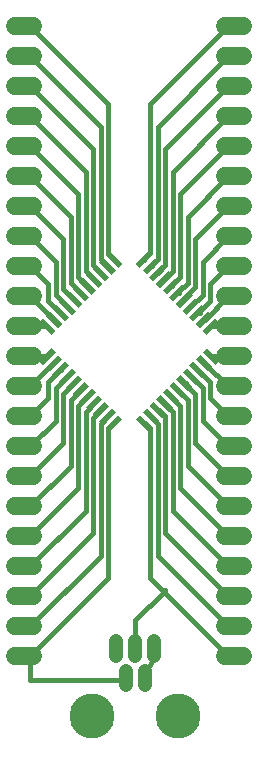
<source format=gtl>
G75*
G70*
%OFA0B0*%
%FSLAX24Y24*%
%IPPOS*%
%LPD*%
%AMOC8*
5,1,8,0,0,1.08239X$1,22.5*
%
%ADD10R,0.0591X0.0197*%
%ADD11R,0.0197X0.0591*%
%ADD12C,0.0600*%
%ADD13C,0.1500*%
%ADD14C,0.0476*%
%ADD15C,0.0157*%
%ADD16C,0.0100*%
D10*
G36*
X005050Y012276D02*
X004634Y012692D01*
X004772Y012830D01*
X005188Y012414D01*
X005050Y012276D01*
G37*
G36*
X005273Y012499D02*
X004857Y012915D01*
X004995Y013053D01*
X005411Y012637D01*
X005273Y012499D01*
G37*
G36*
X005496Y012721D02*
X005080Y013137D01*
X005218Y013275D01*
X005634Y012859D01*
X005496Y012721D01*
G37*
G36*
X005718Y012944D02*
X005302Y013360D01*
X005440Y013498D01*
X005856Y013082D01*
X005718Y012944D01*
G37*
G36*
X005941Y013167D02*
X005525Y013583D01*
X005663Y013721D01*
X006079Y013305D01*
X005941Y013167D01*
G37*
G36*
X006164Y013389D02*
X005748Y013805D01*
X005886Y013943D01*
X006302Y013527D01*
X006164Y013389D01*
G37*
G36*
X006386Y013612D02*
X005970Y014028D01*
X006108Y014166D01*
X006524Y013750D01*
X006386Y013612D01*
G37*
G36*
X006609Y013835D02*
X006193Y014251D01*
X006331Y014389D01*
X006747Y013973D01*
X006609Y013835D01*
G37*
G36*
X006832Y014058D02*
X006416Y014474D01*
X006554Y014612D01*
X006970Y014196D01*
X006832Y014058D01*
G37*
G36*
X007054Y014280D02*
X006638Y014696D01*
X006776Y014834D01*
X007192Y014418D01*
X007054Y014280D01*
G37*
G36*
X007277Y014503D02*
X006861Y014919D01*
X006999Y015057D01*
X007415Y014641D01*
X007277Y014503D01*
G37*
G36*
X004048Y017732D02*
X003632Y018148D01*
X003770Y018286D01*
X004186Y017870D01*
X004048Y017732D01*
G37*
G36*
X003825Y017510D02*
X003409Y017926D01*
X003547Y018064D01*
X003963Y017648D01*
X003825Y017510D01*
G37*
G36*
X003602Y017287D02*
X003186Y017703D01*
X003324Y017841D01*
X003740Y017425D01*
X003602Y017287D01*
G37*
G36*
X003380Y017064D02*
X002964Y017480D01*
X003102Y017618D01*
X003518Y017202D01*
X003380Y017064D01*
G37*
G36*
X003157Y016841D02*
X002741Y017257D01*
X002879Y017395D01*
X003295Y016979D01*
X003157Y016841D01*
G37*
G36*
X002934Y016619D02*
X002518Y017035D01*
X002656Y017173D01*
X003072Y016757D01*
X002934Y016619D01*
G37*
G36*
X002712Y016396D02*
X002296Y016812D01*
X002434Y016950D01*
X002850Y016534D01*
X002712Y016396D01*
G37*
G36*
X002489Y016173D02*
X002073Y016589D01*
X002211Y016727D01*
X002627Y016311D01*
X002489Y016173D01*
G37*
G36*
X002266Y015951D02*
X001850Y016367D01*
X001988Y016505D01*
X002404Y016089D01*
X002266Y015951D01*
G37*
G36*
X002044Y015728D02*
X001628Y016144D01*
X001766Y016282D01*
X002182Y015866D01*
X002044Y015728D01*
G37*
G36*
X001821Y015505D02*
X001405Y015921D01*
X001543Y016059D01*
X001959Y015643D01*
X001821Y015505D01*
G37*
D11*
G36*
X001543Y014503D02*
X001405Y014641D01*
X001821Y015057D01*
X001959Y014919D01*
X001543Y014503D01*
G37*
G36*
X001766Y014280D02*
X001628Y014418D01*
X002044Y014834D01*
X002182Y014696D01*
X001766Y014280D01*
G37*
G36*
X001988Y014058D02*
X001850Y014196D01*
X002266Y014612D01*
X002404Y014474D01*
X001988Y014058D01*
G37*
G36*
X002211Y013835D02*
X002073Y013973D01*
X002489Y014389D01*
X002627Y014251D01*
X002211Y013835D01*
G37*
G36*
X002434Y013612D02*
X002296Y013750D01*
X002712Y014166D01*
X002850Y014028D01*
X002434Y013612D01*
G37*
G36*
X002656Y013389D02*
X002518Y013527D01*
X002934Y013943D01*
X003072Y013805D01*
X002656Y013389D01*
G37*
G36*
X002879Y013167D02*
X002741Y013305D01*
X003157Y013721D01*
X003295Y013583D01*
X002879Y013167D01*
G37*
G36*
X003102Y012944D02*
X002964Y013082D01*
X003380Y013498D01*
X003518Y013360D01*
X003102Y012944D01*
G37*
G36*
X003324Y012721D02*
X003186Y012859D01*
X003602Y013275D01*
X003740Y013137D01*
X003324Y012721D01*
G37*
G36*
X003547Y012499D02*
X003409Y012637D01*
X003825Y013053D01*
X003963Y012915D01*
X003547Y012499D01*
G37*
G36*
X003770Y012276D02*
X003632Y012414D01*
X004048Y012830D01*
X004186Y012692D01*
X003770Y012276D01*
G37*
G36*
X005218Y017287D02*
X005080Y017425D01*
X005496Y017841D01*
X005634Y017703D01*
X005218Y017287D01*
G37*
G36*
X004995Y017510D02*
X004857Y017648D01*
X005273Y018064D01*
X005411Y017926D01*
X004995Y017510D01*
G37*
G36*
X004772Y017732D02*
X004634Y017870D01*
X005050Y018286D01*
X005188Y018148D01*
X004772Y017732D01*
G37*
G36*
X005440Y017064D02*
X005302Y017202D01*
X005718Y017618D01*
X005856Y017480D01*
X005440Y017064D01*
G37*
G36*
X005663Y016841D02*
X005525Y016979D01*
X005941Y017395D01*
X006079Y017257D01*
X005663Y016841D01*
G37*
G36*
X005886Y016619D02*
X005748Y016757D01*
X006164Y017173D01*
X006302Y017035D01*
X005886Y016619D01*
G37*
G36*
X006108Y016396D02*
X005970Y016534D01*
X006386Y016950D01*
X006524Y016812D01*
X006108Y016396D01*
G37*
G36*
X006331Y016173D02*
X006193Y016311D01*
X006609Y016727D01*
X006747Y016589D01*
X006331Y016173D01*
G37*
G36*
X006554Y015951D02*
X006416Y016089D01*
X006832Y016505D01*
X006970Y016367D01*
X006554Y015951D01*
G37*
G36*
X006776Y015728D02*
X006638Y015866D01*
X007054Y016282D01*
X007192Y016144D01*
X006776Y015728D01*
G37*
G36*
X006999Y015505D02*
X006861Y015643D01*
X007277Y016059D01*
X007415Y015921D01*
X006999Y015505D01*
G37*
D12*
X007610Y015781D02*
X008210Y015781D01*
X008210Y016781D02*
X007610Y016781D01*
X007610Y017781D02*
X008210Y017781D01*
X008210Y018781D02*
X007610Y018781D01*
X007610Y019781D02*
X008210Y019781D01*
X008210Y020781D02*
X007610Y020781D01*
X007610Y021781D02*
X008210Y021781D01*
X008210Y022781D02*
X007610Y022781D01*
X007610Y023781D02*
X008210Y023781D01*
X008210Y024781D02*
X007610Y024781D01*
X007610Y025781D02*
X008210Y025781D01*
X008210Y014781D02*
X007610Y014781D01*
X007610Y013781D02*
X008210Y013781D01*
X008210Y012781D02*
X007610Y012781D01*
X007610Y011781D02*
X008210Y011781D01*
X008210Y010781D02*
X007610Y010781D01*
X007610Y009781D02*
X008210Y009781D01*
X008210Y008781D02*
X007610Y008781D01*
X007610Y007781D02*
X008210Y007781D01*
X008210Y006781D02*
X007610Y006781D01*
X007610Y005781D02*
X008210Y005781D01*
X008210Y004781D02*
X007610Y004781D01*
X001210Y004781D02*
X000610Y004781D01*
X000610Y005781D02*
X001210Y005781D01*
X001210Y006781D02*
X000610Y006781D01*
X000610Y007781D02*
X001210Y007781D01*
X001210Y008781D02*
X000610Y008781D01*
X000610Y009781D02*
X001210Y009781D01*
X001210Y010781D02*
X000610Y010781D01*
X000610Y011781D02*
X001210Y011781D01*
X001210Y012781D02*
X000610Y012781D01*
X000610Y013781D02*
X001210Y013781D01*
X001210Y014781D02*
X000610Y014781D01*
X000610Y015781D02*
X001210Y015781D01*
X001210Y016781D02*
X000610Y016781D01*
X000610Y017781D02*
X001210Y017781D01*
X001210Y018781D02*
X000610Y018781D01*
X000610Y019781D02*
X001210Y019781D01*
X001210Y020781D02*
X000610Y020781D01*
X000610Y021781D02*
X001210Y021781D01*
X001210Y022781D02*
X000610Y022781D01*
X000610Y023781D02*
X001210Y023781D01*
X001210Y024781D02*
X000610Y024781D01*
X000610Y025781D02*
X001210Y025781D01*
D13*
X003173Y002780D03*
X006047Y002780D03*
D14*
X005240Y004808D02*
X005240Y005283D01*
X004925Y004296D02*
X004925Y003820D01*
X004610Y004808D02*
X004610Y005283D01*
X004295Y004296D02*
X004295Y003820D01*
X003980Y004808D02*
X003980Y005283D01*
D15*
X001110Y004981D02*
X001110Y003981D01*
X004110Y003981D01*
X004295Y004296D01*
X004610Y004808D02*
X004610Y004981D01*
X004610Y005981D01*
X005560Y006931D01*
X005610Y006981D01*
X005560Y006931D02*
X007710Y004781D01*
X007910Y004781D01*
X007910Y005781D02*
X007710Y005781D01*
X005360Y008131D01*
X005360Y012531D01*
X005134Y012757D01*
X005134Y012776D01*
X004938Y012553D02*
X005110Y012381D01*
X005110Y007381D01*
X005560Y006931D01*
X005240Y004808D02*
X005110Y004481D01*
X004925Y004296D01*
X003710Y007381D02*
X001110Y004781D01*
X000910Y004781D01*
X001110Y004981D01*
X001110Y005781D02*
X000910Y005781D01*
X001110Y005781D02*
X003460Y008131D01*
X003460Y012531D01*
X003686Y012757D01*
X003686Y012776D01*
X003882Y012553D02*
X003710Y012381D01*
X003710Y007381D01*
X003210Y008881D02*
X001110Y006781D01*
X000910Y006781D01*
X000910Y007781D02*
X001110Y007781D01*
X002960Y009631D01*
X002960Y012931D01*
X003241Y013212D01*
X003241Y013221D01*
X003018Y013439D02*
X002710Y013131D01*
X002710Y010381D01*
X001110Y008781D01*
X000910Y008781D01*
X000910Y009781D02*
X001110Y009781D01*
X002460Y011131D01*
X002460Y013331D01*
X002795Y013666D01*
X002573Y013889D02*
X002568Y013889D01*
X002210Y013531D01*
X002210Y011881D01*
X001110Y010781D01*
X000910Y010781D01*
X000910Y011781D02*
X001110Y011781D01*
X001960Y012631D01*
X001960Y013731D01*
X002341Y014112D01*
X002350Y014112D01*
X002127Y014335D02*
X002113Y014335D01*
X001710Y013931D01*
X001710Y013381D01*
X001110Y012781D01*
X000910Y012781D01*
X000910Y013781D02*
X001110Y013781D01*
X001810Y014481D01*
X001905Y014557D01*
X001682Y014780D02*
X001610Y014781D01*
X000910Y014781D01*
X000910Y015781D02*
X001610Y015781D01*
X001682Y015782D01*
X001905Y016005D02*
X001810Y016081D01*
X001110Y016781D01*
X000910Y016781D01*
X001710Y017181D02*
X001110Y017781D01*
X000910Y017781D01*
X000910Y018781D02*
X001110Y018781D01*
X001960Y017931D01*
X001960Y016840D01*
X002350Y016450D01*
X002127Y016228D02*
X001710Y016645D01*
X001710Y017181D01*
X002210Y017036D02*
X002210Y018681D01*
X001110Y019781D01*
X000910Y019781D01*
X000910Y020781D02*
X001110Y020781D01*
X002460Y019431D01*
X002460Y017231D01*
X002795Y016896D01*
X002795Y016896D01*
X002573Y016673D02*
X002210Y017036D01*
X002710Y017431D02*
X002710Y020181D01*
X001110Y021781D01*
X000910Y021781D01*
X000910Y022781D02*
X001110Y022781D01*
X002960Y020931D01*
X002960Y017631D01*
X003241Y017350D01*
X003241Y017341D01*
X003018Y017123D02*
X002710Y017431D01*
X003018Y017123D02*
X003018Y017118D01*
X003463Y017578D02*
X003210Y017831D01*
X003210Y021681D01*
X001110Y023781D01*
X000910Y023781D01*
X000910Y024781D02*
X001110Y024781D01*
X003460Y022431D01*
X003460Y018031D01*
X003686Y017805D01*
X003686Y017787D01*
X003463Y017578D02*
X003463Y017564D01*
X003909Y018032D02*
X003710Y018231D01*
X003710Y023181D01*
X001110Y025781D01*
X000910Y025781D01*
X003909Y018032D02*
X003909Y018009D01*
X004911Y018009D02*
X004911Y018032D01*
X005110Y018231D01*
X005110Y023181D01*
X007710Y025781D01*
X007910Y025781D01*
X007910Y024781D02*
X007710Y024781D01*
X005360Y022431D01*
X005360Y018031D01*
X005165Y017837D01*
X005165Y017787D01*
X005134Y017787D01*
X005357Y017578D02*
X005610Y017831D01*
X005610Y021681D01*
X007710Y023781D01*
X007910Y023781D01*
X007910Y022781D02*
X007710Y022781D01*
X005860Y020931D01*
X005860Y017631D01*
X005579Y017350D01*
X005579Y017341D01*
X005802Y017118D02*
X005847Y017118D01*
X005847Y017168D01*
X006110Y017431D01*
X006110Y020181D01*
X007710Y021781D01*
X007910Y021781D01*
X007910Y020781D02*
X007710Y020781D01*
X006360Y019431D01*
X006360Y017231D01*
X006075Y016946D01*
X006075Y016896D01*
X006025Y016896D01*
X006252Y016723D02*
X006610Y017081D01*
X006610Y018681D01*
X007710Y019781D01*
X007910Y019781D01*
X007910Y018781D02*
X007710Y018781D01*
X006860Y017931D01*
X006860Y016831D01*
X006479Y016450D01*
X006470Y016450D01*
X006693Y016228D02*
X007110Y016645D01*
X007110Y017181D01*
X007710Y017781D01*
X007910Y017781D01*
X007910Y016781D02*
X007710Y016781D01*
X006934Y016005D01*
X006915Y016005D01*
X006757Y016228D02*
X006693Y016228D01*
X006252Y016673D02*
X006252Y016723D01*
X006247Y016673D02*
X006252Y016673D01*
X006915Y014557D02*
X007692Y013781D01*
X007910Y013781D01*
X007110Y013381D02*
X007710Y012781D01*
X007910Y012781D01*
X007910Y011781D02*
X007710Y011781D01*
X006860Y012631D01*
X006860Y013731D01*
X006479Y014112D01*
X006470Y014112D01*
X006302Y013889D02*
X006302Y013839D01*
X006610Y013531D01*
X006610Y011881D01*
X007710Y010781D01*
X007910Y010781D01*
X007910Y009781D02*
X007710Y009781D01*
X006360Y011131D01*
X006360Y013331D01*
X006025Y013666D01*
X006025Y013666D01*
X005802Y013444D02*
X006110Y013136D01*
X006110Y010381D01*
X007710Y008781D01*
X007910Y008781D01*
X007910Y007781D02*
X007710Y007781D01*
X005860Y009631D01*
X005860Y012931D01*
X005579Y013212D01*
X005579Y013221D01*
X005393Y012998D02*
X005610Y012781D01*
X005610Y008881D01*
X007710Y006781D01*
X007910Y006781D01*
X007110Y013381D02*
X007110Y013917D01*
X006693Y014335D01*
X006302Y013889D02*
X006247Y013889D01*
X005393Y012998D02*
X005357Y012998D01*
X004938Y012553D02*
X004911Y012553D01*
X003909Y012553D02*
X003882Y012553D01*
X003463Y012985D02*
X003210Y012731D01*
X003210Y008881D01*
X003463Y012985D02*
X003463Y012998D01*
X003018Y013439D02*
X003018Y013444D01*
X005357Y017564D02*
X005357Y017578D01*
X007138Y015782D02*
X007139Y015781D01*
X007910Y015781D01*
X007910Y014781D02*
X007410Y014781D01*
X007409Y014780D02*
X007138Y014780D01*
D16*
X005610Y006981D02*
X005560Y006931D01*
M02*

</source>
